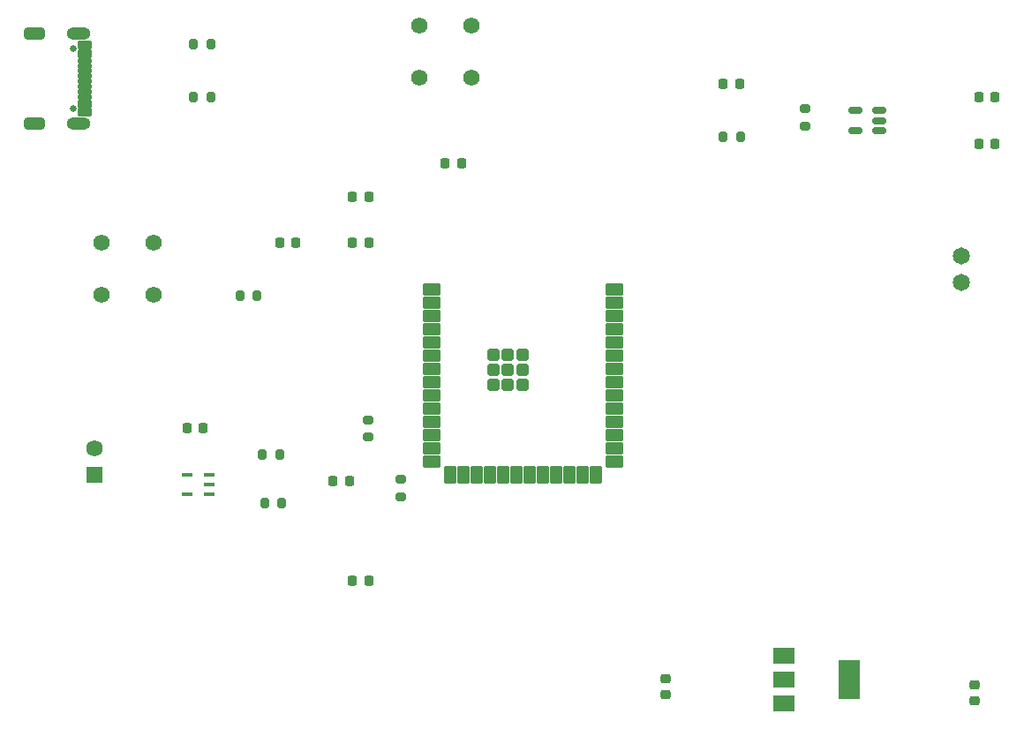
<source format=gts>
%TF.GenerationSoftware,KiCad,Pcbnew,7.0.9*%
%TF.CreationDate,2024-04-11T22:47:46-07:00*%
%TF.ProjectId,Microphone_Final,4d696372-6f70-4686-9f6e-655f46696e61,rev?*%
%TF.SameCoordinates,Original*%
%TF.FileFunction,Soldermask,Top*%
%TF.FilePolarity,Negative*%
%FSLAX46Y46*%
G04 Gerber Fmt 4.6, Leading zero omitted, Abs format (unit mm)*
G04 Created by KiCad (PCBNEW 7.0.9) date 2024-04-11 22:47:46*
%MOMM*%
%LPD*%
G01*
G04 APERTURE LIST*
G04 Aperture macros list*
%AMRoundRect*
0 Rectangle with rounded corners*
0 $1 Rounding radius*
0 $2 $3 $4 $5 $6 $7 $8 $9 X,Y pos of 4 corners*
0 Add a 4 corners polygon primitive as box body*
4,1,4,$2,$3,$4,$5,$6,$7,$8,$9,$2,$3,0*
0 Add four circle primitives for the rounded corners*
1,1,$1+$1,$2,$3*
1,1,$1+$1,$4,$5*
1,1,$1+$1,$6,$7*
1,1,$1+$1,$8,$9*
0 Add four rect primitives between the rounded corners*
20,1,$1+$1,$2,$3,$4,$5,0*
20,1,$1+$1,$4,$5,$6,$7,0*
20,1,$1+$1,$6,$7,$8,$9,0*
20,1,$1+$1,$8,$9,$2,$3,0*%
G04 Aperture macros list end*
%ADD10RoundRect,0.102000X-0.689000X-0.689000X0.689000X-0.689000X0.689000X0.689000X-0.689000X0.689000X0*%
%ADD11C,1.582000*%
%ADD12RoundRect,0.225000X0.225000X0.250000X-0.225000X0.250000X-0.225000X-0.250000X0.225000X-0.250000X0*%
%ADD13RoundRect,0.225000X-0.225000X-0.250000X0.225000X-0.250000X0.225000X0.250000X-0.225000X0.250000X0*%
%ADD14RoundRect,0.200000X0.200000X0.275000X-0.200000X0.275000X-0.200000X-0.275000X0.200000X-0.275000X0*%
%ADD15RoundRect,0.218750X-0.218750X-0.256250X0.218750X-0.256250X0.218750X0.256250X-0.218750X0.256250X0*%
%ADD16C,1.574800*%
%ADD17C,1.651000*%
%ADD18RoundRect,0.200000X0.275000X-0.200000X0.275000X0.200000X-0.275000X0.200000X-0.275000X-0.200000X0*%
%ADD19R,2.000000X1.500000*%
%ADD20R,2.000000X3.800000*%
%ADD21RoundRect,0.225000X0.250000X-0.225000X0.250000X0.225000X-0.250000X0.225000X-0.250000X-0.225000X0*%
%ADD22C,0.650000*%
%ADD23RoundRect,0.102000X-0.575000X0.300000X-0.575000X-0.300000X0.575000X-0.300000X0.575000X0.300000X0*%
%ADD24RoundRect,0.102000X-0.575000X0.150000X-0.575000X-0.150000X0.575000X-0.150000X0.575000X0.150000X0*%
%ADD25O,2.304000X1.204000*%
%ADD26RoundRect,0.352000X-0.650000X0.250000X-0.650000X-0.250000X0.650000X-0.250000X0.650000X0.250000X0*%
%ADD27RoundRect,0.200000X-0.200000X-0.275000X0.200000X-0.275000X0.200000X0.275000X-0.200000X0.275000X0*%
%ADD28RoundRect,0.150000X0.512500X0.150000X-0.512500X0.150000X-0.512500X-0.150000X0.512500X-0.150000X0*%
%ADD29RoundRect,0.102000X-0.750000X-0.450000X0.750000X-0.450000X0.750000X0.450000X-0.750000X0.450000X0*%
%ADD30RoundRect,0.102000X-0.450000X-0.750000X0.450000X-0.750000X0.450000X0.750000X-0.450000X0.750000X0*%
%ADD31RoundRect,0.102000X-0.450000X-0.450000X0.450000X-0.450000X0.450000X0.450000X-0.450000X0.450000X0*%
%ADD32R,1.016000X0.457200*%
G04 APERTURE END LIST*
D10*
%TO.C,MK1*%
X74295000Y-95250000D03*
D11*
X74295000Y-92710000D03*
%TD*%
D12*
%TO.C,C8*%
X100610000Y-73025000D03*
X99060000Y-73025000D03*
%TD*%
D13*
%TO.C,C6*%
X159105000Y-63500000D03*
X160655000Y-63500000D03*
%TD*%
D14*
%TO.C,R2*%
X85470000Y-59055000D03*
X83820000Y-59055000D03*
%TD*%
D15*
%TO.C,D2*%
X99060000Y-105410000D03*
X100635000Y-105410000D03*
%TD*%
D16*
%TO.C,SW2*%
X110490000Y-57150000D03*
X105490000Y-57150000D03*
X105490000Y-52150010D03*
X110490000Y-52150010D03*
%TD*%
D12*
%TO.C,C3*%
X93625000Y-73025000D03*
X92075000Y-73025000D03*
%TD*%
D17*
%TO.C,J2*%
X157480000Y-76835000D03*
X157480000Y-74295000D03*
%TD*%
D18*
%TO.C,R9*%
X100520000Y-91630000D03*
X100520000Y-89980000D03*
%TD*%
D19*
%TO.C,U1*%
X140385000Y-112635000D03*
X140385000Y-114935000D03*
D20*
X146685000Y-114935000D03*
D19*
X140385000Y-117235000D03*
%TD*%
D21*
%TO.C,C2*%
X158750000Y-116980000D03*
X158750000Y-115430000D03*
%TD*%
D14*
%TO.C,R6*%
X92075000Y-93345000D03*
X90425000Y-93345000D03*
%TD*%
D13*
%TO.C,C5*%
X159105000Y-59055000D03*
X160655000Y-59055000D03*
%TD*%
D18*
%TO.C,R4*%
X142430000Y-61785000D03*
X142430000Y-60135000D03*
%TD*%
D15*
%TO.C,D1*%
X134620000Y-57785000D03*
X136195000Y-57785000D03*
%TD*%
D16*
%TO.C,SW1*%
X75010000Y-73025000D03*
X80010000Y-73025000D03*
X80010000Y-78024990D03*
X75010000Y-78024990D03*
%TD*%
D12*
%TO.C,C9*%
X109500000Y-65405000D03*
X107950000Y-65405000D03*
%TD*%
D22*
%TO.C,J1*%
X72260000Y-54385000D03*
X72260000Y-60165000D03*
D23*
X73335000Y-54075000D03*
X73335000Y-54875000D03*
D24*
X73335000Y-56025000D03*
X73335000Y-57025000D03*
X73335000Y-57525000D03*
X73335000Y-58525000D03*
D23*
X73335000Y-60475000D03*
X73335000Y-59675000D03*
D24*
X73335000Y-59025000D03*
X73335000Y-58025000D03*
X73335000Y-56525000D03*
X73335000Y-55525000D03*
D25*
X72760000Y-52955000D03*
X72760000Y-61595000D03*
D26*
X68580000Y-52955000D03*
X68580000Y-61595000D03*
%TD*%
D12*
%TO.C,C7*%
X100610000Y-68580000D03*
X99060000Y-68580000D03*
%TD*%
D27*
%TO.C,R1*%
X83820000Y-53975000D03*
X85470000Y-53975000D03*
%TD*%
D15*
%TO.C,D3*%
X97155000Y-95885000D03*
X98730000Y-95885000D03*
%TD*%
D13*
%TO.C,C4*%
X83185000Y-90805000D03*
X84735000Y-90805000D03*
%TD*%
D28*
%TO.C,U2*%
X149595000Y-62225000D03*
X149595000Y-61275000D03*
X149595000Y-60325000D03*
X147320000Y-60325000D03*
X147320000Y-62225000D03*
%TD*%
D29*
%TO.C,U4*%
X106680000Y-77470000D03*
X106680000Y-78740000D03*
X106680000Y-80010000D03*
X106680000Y-81280000D03*
X106680000Y-82550000D03*
X106680000Y-83820000D03*
X106680000Y-85090000D03*
X106680000Y-86360000D03*
X106680000Y-87630000D03*
X106680000Y-88900000D03*
X106680000Y-90170000D03*
X106680000Y-91440000D03*
X106680000Y-92710000D03*
X106680000Y-93980000D03*
D30*
X108445000Y-95230000D03*
X109715000Y-95230000D03*
X110985000Y-95230000D03*
X112255000Y-95230000D03*
X113525000Y-95230000D03*
X114795000Y-95230000D03*
X116065000Y-95230000D03*
X117335000Y-95230000D03*
X118605000Y-95230000D03*
X119875000Y-95230000D03*
X121145000Y-95230000D03*
X122415000Y-95230000D03*
D29*
X124180000Y-93980000D03*
X124180000Y-92710000D03*
X124180000Y-91440000D03*
X124180000Y-90170000D03*
X124180000Y-88900000D03*
X124180000Y-87630000D03*
X124180000Y-86360000D03*
X124180000Y-85090000D03*
X124180000Y-83820000D03*
X124180000Y-82550000D03*
X124180000Y-81280000D03*
X124180000Y-80010000D03*
X124180000Y-78740000D03*
X124180000Y-77470000D03*
D31*
X112530000Y-83790000D03*
X113930000Y-83790000D03*
X115330000Y-83790000D03*
X112530000Y-85190000D03*
X113930000Y-85190000D03*
X115330000Y-85190000D03*
X112530000Y-86590000D03*
X113930000Y-86590000D03*
X115330000Y-86590000D03*
%TD*%
D32*
%TO.C,U3*%
X85267800Y-97150002D03*
X85267800Y-96200001D03*
X85267800Y-95250000D03*
X83185000Y-95250000D03*
X83185000Y-97150002D03*
%TD*%
D27*
%TO.C,R3*%
X134620000Y-62865000D03*
X136270000Y-62865000D03*
%TD*%
D21*
%TO.C,C1*%
X129045000Y-116345000D03*
X129045000Y-114795000D03*
%TD*%
D27*
%TO.C,R5*%
X90615000Y-97980000D03*
X92265000Y-97980000D03*
%TD*%
%TO.C,R7*%
X88265000Y-78105000D03*
X89915000Y-78105000D03*
%TD*%
D18*
%TO.C,R8*%
X103695000Y-97345000D03*
X103695000Y-95695000D03*
%TD*%
M02*

</source>
